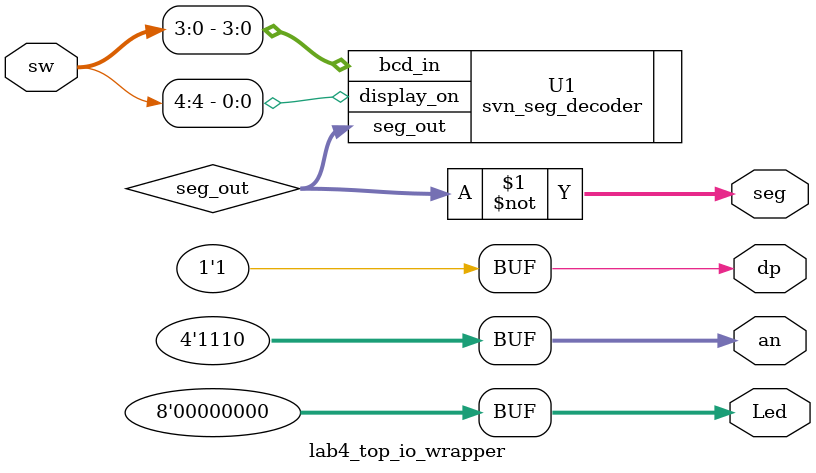
<source format=v>
`timescale 1ns / 1ps
module lab4_top_io_wrapper(
    output [6:0] seg,
    output dp,
    output [3:0] an,
    output [7:0] Led,
    input [4:0] sw
    );
	 
	// --------- outputs ----------
	// shut everything off as a default
	// seven segment decoder with decimal point
	assign dp = 4'b1111;	// low is on
	// regular leds
	assign Led = 8'b00000000;	// high is on

	wire [6:0] seg_out;

	// invert the segment driver logic - so low is on
	assign seg = ~seg_out;
	// anodes for each digit
	assign an = 4'b1110;	// low is on
	
	// Instantiate the top module
	svn_seg_decoder U1 (
		.display_on(sw[4]),
		.bcd_in(sw[3:0]), 
		.seg_out(seg_out)
	);

endmodule

</source>
